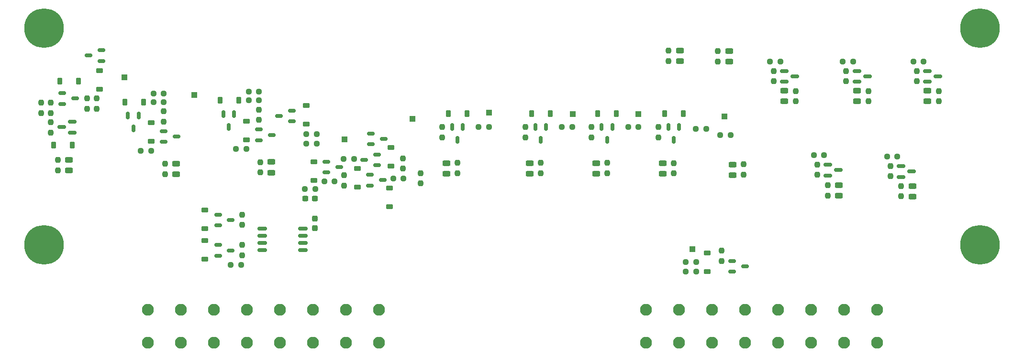
<source format=gbr>
%TF.GenerationSoftware,KiCad,Pcbnew,9.0.7*%
%TF.CreationDate,2026-02-13T04:40:40-08:00*%
%TF.ProjectId,Shutdown,53687574-646f-4776-9e2e-6b696361645f,rev?*%
%TF.SameCoordinates,Original*%
%TF.FileFunction,Soldermask,Top*%
%TF.FilePolarity,Negative*%
%FSLAX46Y46*%
G04 Gerber Fmt 4.6, Leading zero omitted, Abs format (unit mm)*
G04 Created by KiCad (PCBNEW 9.0.7) date 2026-02-13 04:40:40*
%MOMM*%
%LPD*%
G01*
G04 APERTURE LIST*
G04 Aperture macros list*
%AMRoundRect*
0 Rectangle with rounded corners*
0 $1 Rounding radius*
0 $2 $3 $4 $5 $6 $7 $8 $9 X,Y pos of 4 corners*
0 Add a 4 corners polygon primitive as box body*
4,1,4,$2,$3,$4,$5,$6,$7,$8,$9,$2,$3,0*
0 Add four circle primitives for the rounded corners*
1,1,$1+$1,$2,$3*
1,1,$1+$1,$4,$5*
1,1,$1+$1,$6,$7*
1,1,$1+$1,$8,$9*
0 Add four rect primitives between the rounded corners*
20,1,$1+$1,$2,$3,$4,$5,0*
20,1,$1+$1,$4,$5,$6,$7,0*
20,1,$1+$1,$6,$7,$8,$9,0*
20,1,$1+$1,$8,$9,$2,$3,0*%
G04 Aperture macros list end*
%ADD10RoundRect,0.237500X0.237500X-0.250000X0.237500X0.250000X-0.237500X0.250000X-0.237500X-0.250000X0*%
%ADD11RoundRect,0.243750X-0.456250X0.243750X-0.456250X-0.243750X0.456250X-0.243750X0.456250X0.243750X0*%
%ADD12RoundRect,0.225000X-0.375000X0.225000X-0.375000X-0.225000X0.375000X-0.225000X0.375000X0.225000X0*%
%ADD13RoundRect,0.237500X0.250000X0.237500X-0.250000X0.237500X-0.250000X-0.237500X0.250000X-0.237500X0*%
%ADD14RoundRect,0.150000X-0.150000X0.512500X-0.150000X-0.512500X0.150000X-0.512500X0.150000X0.512500X0*%
%ADD15C,3.900000*%
%ADD16C,7.000000*%
%ADD17RoundRect,0.150000X-0.512500X-0.150000X0.512500X-0.150000X0.512500X0.150000X-0.512500X0.150000X0*%
%ADD18RoundRect,0.150000X-0.587500X-0.150000X0.587500X-0.150000X0.587500X0.150000X-0.587500X0.150000X0*%
%ADD19RoundRect,0.237500X-0.237500X0.250000X-0.237500X-0.250000X0.237500X-0.250000X0.237500X0.250000X0*%
%ADD20C,2.108200*%
%ADD21RoundRect,0.225000X-0.225000X-0.375000X0.225000X-0.375000X0.225000X0.375000X-0.225000X0.375000X0*%
%ADD22R,1.000000X1.000000*%
%ADD23RoundRect,0.237500X-0.250000X-0.237500X0.250000X-0.237500X0.250000X0.237500X-0.250000X0.237500X0*%
%ADD24RoundRect,0.243750X0.456250X-0.243750X0.456250X0.243750X-0.456250X0.243750X-0.456250X-0.243750X0*%
%ADD25RoundRect,0.225000X0.375000X-0.225000X0.375000X0.225000X-0.375000X0.225000X-0.375000X-0.225000X0*%
%ADD26RoundRect,0.237500X-0.300000X-0.237500X0.300000X-0.237500X0.300000X0.237500X-0.300000X0.237500X0*%
%ADD27RoundRect,0.150000X0.512500X0.150000X-0.512500X0.150000X-0.512500X-0.150000X0.512500X-0.150000X0*%
%ADD28RoundRect,0.237500X-0.237500X0.300000X-0.237500X-0.300000X0.237500X-0.300000X0.237500X0.300000X0*%
%ADD29RoundRect,0.225000X0.225000X0.375000X-0.225000X0.375000X-0.225000X-0.375000X0.225000X-0.375000X0*%
%ADD30RoundRect,0.162500X-0.650000X-0.162500X0.650000X-0.162500X0.650000X0.162500X-0.650000X0.162500X0*%
%ADD31RoundRect,0.150000X0.587500X0.150000X-0.587500X0.150000X-0.587500X-0.150000X0.587500X-0.150000X0*%
G04 APERTURE END LIST*
D10*
%TO.C,R63*%
X173352087Y-126385515D03*
X173352087Y-124560515D03*
%TD*%
D11*
%TO.C,D37*%
X171428790Y-124568364D03*
X171428790Y-126443364D03*
%TD*%
D12*
%TO.C,D24*%
X119119813Y-117412500D03*
X119119813Y-120712500D03*
%TD*%
D13*
%TO.C,R7*%
X215542500Y-143825000D03*
X213717500Y-143825000D03*
%TD*%
D14*
%TO.C,Q21*%
X212564089Y-118200164D03*
X210664089Y-118200164D03*
X211614089Y-120475164D03*
%TD*%
D15*
%TO.C,MH2*%
X265817819Y-100638919D03*
D16*
X265817819Y-100638919D03*
%TD*%
D17*
%TO.C,Q17*%
X130960819Y-139111079D03*
X130960819Y-141011079D03*
X133235819Y-140061079D03*
%TD*%
D10*
%TO.C,R65*%
X188084087Y-126385515D03*
X188084087Y-124560515D03*
%TD*%
%TO.C,R1*%
X229259855Y-110059002D03*
X229259855Y-108234002D03*
%TD*%
D17*
%TO.C,Q11*%
X150176365Y-124330011D03*
X150176365Y-126230011D03*
X152451365Y-125280011D03*
%TD*%
D18*
%TO.C,Q6*%
X251832894Y-125127497D03*
X251832894Y-127027497D03*
X253707894Y-126077497D03*
%TD*%
D12*
%TO.C,D45*%
X109982000Y-108171205D03*
X109982000Y-111471205D03*
%TD*%
D19*
%TO.C,R19*%
X220091000Y-140100000D03*
X220091000Y-141925000D03*
%TD*%
D20*
%TO.C,J1*%
X118574579Y-150577519D03*
X124416579Y-150577519D03*
X130258579Y-150577519D03*
X136100579Y-150577519D03*
X141942579Y-150577519D03*
X147784579Y-150577519D03*
X153626579Y-150577519D03*
X159468579Y-150577519D03*
X118574579Y-156419519D03*
X124416579Y-156419519D03*
X130258579Y-156419519D03*
X136100579Y-156419519D03*
X141942579Y-156419519D03*
X147784579Y-156419519D03*
X153626579Y-156419519D03*
X159468579Y-156419519D03*
%TD*%
D21*
%TO.C,D46*%
X102998000Y-110075205D03*
X106298000Y-110075205D03*
%TD*%
D13*
%TO.C,R40*%
X121368787Y-113758500D03*
X119543787Y-113758500D03*
%TD*%
D19*
%TO.C,R34*%
X153286659Y-126749862D03*
X153286659Y-128574862D03*
%TD*%
D13*
%TO.C,R6*%
X255825000Y-106599570D03*
X254000000Y-106599570D03*
%TD*%
D10*
%TO.C,R61*%
X208886089Y-120025164D03*
X208886089Y-118200164D03*
%TD*%
D19*
%TO.C,R41*%
X121368787Y-115379500D03*
X121368787Y-117204500D03*
%TD*%
D22*
%TO.C,BOTS1*%
X205338866Y-115909055D03*
%TD*%
D19*
%TO.C,R71*%
X107823000Y-113123205D03*
X107823000Y-114948205D03*
%TD*%
D17*
%TO.C,Q23*%
X103383500Y-112173205D03*
X103383500Y-114073205D03*
X105658500Y-113123205D03*
%TD*%
D10*
%TO.C,R37*%
X121605750Y-126532531D03*
X121605750Y-124707531D03*
%TD*%
D22*
%TO.C,CS1*%
X193781866Y-115909055D03*
%TD*%
D11*
%TO.C,D43*%
X209676637Y-124596666D03*
X209676637Y-126471666D03*
%TD*%
%TO.C,D12*%
X240792000Y-128524000D03*
X240792000Y-130399000D03*
%TD*%
%TO.C,D22*%
X123564813Y-124680500D03*
X123564813Y-126555500D03*
%TD*%
D23*
%TO.C,R12*%
X213717500Y-142113000D03*
X215542500Y-142113000D03*
%TD*%
D10*
%TO.C,R17*%
X258531499Y-113617507D03*
X258531499Y-111792507D03*
%TD*%
D24*
%TO.C,D3*%
X212677570Y-106473715D03*
X212677570Y-104598715D03*
%TD*%
D14*
%TO.C,Q12*%
X116937787Y-116147000D03*
X115037787Y-116147000D03*
X115987787Y-118422000D03*
%TD*%
D12*
%TO.C,D19*%
X161349162Y-129025090D03*
X161349162Y-132325090D03*
%TD*%
D14*
%TO.C,Q19*%
X189018588Y-118200164D03*
X187118588Y-118200164D03*
X188068588Y-120475164D03*
%TD*%
D23*
%TO.C,R62*%
X219813500Y-119634000D03*
X221638500Y-119634000D03*
%TD*%
D19*
%TO.C,R47*%
X138226751Y-115094465D03*
X138226751Y-116919465D03*
%TD*%
D25*
%TO.C,D11*%
X217551000Y-143825000D03*
X217551000Y-140525000D03*
%TD*%
D15*
%TO.C,MH1*%
X100209819Y-100638919D03*
D16*
X100209819Y-100638919D03*
%TD*%
D19*
%TO.C,R74*%
X101346000Y-113861705D03*
X101346000Y-115686705D03*
%TD*%
D25*
%TO.C,D29*%
X128613346Y-136240484D03*
X128613346Y-132940484D03*
%TD*%
D22*
%TO.C,BMS1*%
X126746000Y-112537075D03*
%TD*%
D18*
%TO.C,Q2*%
X243997000Y-108262502D03*
X243997000Y-110162502D03*
X245872000Y-109212502D03*
%TD*%
D10*
%TO.C,R67*%
X199818588Y-126385515D03*
X199818588Y-124560515D03*
%TD*%
D21*
%TO.C,D33*%
X198153089Y-115787164D03*
X201453089Y-115787164D03*
%TD*%
D10*
%TO.C,R76*%
X102656792Y-125863416D03*
X102656792Y-124038416D03*
%TD*%
D23*
%TO.C,R29*%
X161981241Y-127346590D03*
X163806241Y-127346590D03*
%TD*%
D10*
%TO.C,R59*%
X185340588Y-120025164D03*
X185340588Y-118200164D03*
%TD*%
D21*
%TO.C,D25*%
X131338799Y-113473465D03*
X134638799Y-113473465D03*
%TD*%
D11*
%TO.C,D35*%
X222021790Y-124822364D03*
X222021790Y-126697364D03*
%TD*%
D22*
%TO.C,BSPD1*%
X114427000Y-109347000D03*
%TD*%
%TO.C,VIN1*%
X214884000Y-139827000D03*
%TD*%
D10*
%TO.C,R54*%
X170608588Y-120025164D03*
X170608588Y-118200164D03*
%TD*%
%TO.C,R24*%
X238846021Y-130325500D03*
X238846021Y-128500500D03*
%TD*%
D25*
%TO.C,D20*%
X147901293Y-127630011D03*
X147901293Y-124330011D03*
%TD*%
D21*
%TO.C,D31*%
X171686588Y-115787164D03*
X174986588Y-115787164D03*
%TD*%
D26*
%TO.C,C1*%
X146403793Y-130864235D03*
X148128793Y-130864235D03*
%TD*%
D27*
%TO.C,Q22*%
X110363000Y-106453205D03*
X110363000Y-104553205D03*
X108088000Y-105503205D03*
%TD*%
D10*
%TO.C,R21*%
X249927894Y-126923997D03*
X249927894Y-125098997D03*
%TD*%
D12*
%TO.C,D28*%
X135977777Y-117127465D03*
X135977777Y-120427465D03*
%TD*%
D17*
%TO.C,Q4*%
X221938179Y-141925000D03*
X221938179Y-143825000D03*
X224213179Y-142875000D03*
%TD*%
D13*
%TO.C,R45*%
X138226751Y-111919465D03*
X136401751Y-111919465D03*
%TD*%
D25*
%TO.C,D16*%
X161527963Y-125074178D03*
X161527963Y-121774178D03*
%TD*%
D13*
%TO.C,R46*%
X138226751Y-113473465D03*
X136401751Y-113473465D03*
%TD*%
D10*
%TO.C,R3*%
X254599644Y-110059002D03*
X254599644Y-108234002D03*
%TD*%
D11*
%TO.C,D39*%
X186160790Y-124568364D03*
X186160790Y-126443364D03*
%TD*%
D23*
%TO.C,R42*%
X117294813Y-122364500D03*
X119119813Y-122364500D03*
%TD*%
D28*
%TO.C,C2*%
X148100319Y-134433579D03*
X148100319Y-136158579D03*
%TD*%
D10*
%TO.C,R43*%
X138463714Y-126247496D03*
X138463714Y-124422496D03*
%TD*%
D21*
%TO.C,D32*%
X186418588Y-115787164D03*
X189718588Y-115787164D03*
%TD*%
D20*
%TO.C,J2*%
X206687179Y-150577519D03*
X212529179Y-150577519D03*
X218371179Y-150577519D03*
X224213179Y-150577519D03*
X230055179Y-150577519D03*
X235897179Y-150577519D03*
X241739179Y-150577519D03*
X247581179Y-150577519D03*
X206687179Y-156419519D03*
X212529179Y-156419519D03*
X218371179Y-156419519D03*
X224213179Y-156419519D03*
X230055179Y-156419519D03*
X235897179Y-156419519D03*
X241739179Y-156419519D03*
X247581179Y-156419519D03*
%TD*%
D22*
%TO.C,HVILS1*%
X178922866Y-115655055D03*
%TD*%
D24*
%TO.C,D7*%
X243994670Y-113634891D03*
X243994670Y-111759891D03*
%TD*%
D14*
%TO.C,Q18*%
X174286588Y-118200164D03*
X172386588Y-118200164D03*
X173336588Y-120475164D03*
%TD*%
D11*
%TO.C,D48*%
X104549395Y-123976455D03*
X104549395Y-125851455D03*
%TD*%
D10*
%TO.C,R28*%
X166791795Y-128190088D03*
X166791795Y-126365088D03*
%TD*%
D13*
%TO.C,R58*%
X217344000Y-118491000D03*
X215519000Y-118491000D03*
%TD*%
D10*
%TO.C,R26*%
X251824596Y-130485912D03*
X251824596Y-128660912D03*
%TD*%
D13*
%TO.C,R57*%
X205353589Y-118200164D03*
X203528589Y-118200164D03*
%TD*%
D10*
%TO.C,R50*%
X135273319Y-140936079D03*
X135273319Y-139111079D03*
%TD*%
%TO.C,R20*%
X236973894Y-126669997D03*
X236973894Y-124844997D03*
%TD*%
D17*
%TO.C,Q7*%
X158018038Y-119344453D03*
X158018038Y-121244453D03*
X160293038Y-120294453D03*
%TD*%
D10*
%TO.C,R73*%
X99695000Y-115686705D03*
X99695000Y-113861705D03*
%TD*%
D13*
%TO.C,R4*%
X230485211Y-106599570D03*
X228660211Y-106599570D03*
%TD*%
D27*
%TO.C,Q9*%
X159133793Y-124956235D03*
X159133793Y-123056235D03*
X156858793Y-124006235D03*
%TD*%
D12*
%TO.C,D18*%
X155620251Y-125505238D03*
X155620251Y-128805238D03*
%TD*%
D13*
%TO.C,R5*%
X243317356Y-106599570D03*
X241492356Y-106599570D03*
%TD*%
D10*
%TO.C,R52*%
X223945087Y-126639515D03*
X223945087Y-124814515D03*
%TD*%
D14*
%TO.C,Q20*%
X200753089Y-118200164D03*
X198853089Y-118200164D03*
X199803089Y-120475164D03*
%TD*%
D17*
%TO.C,Q15*%
X138226751Y-118636212D03*
X138226751Y-120536212D03*
X140501751Y-119586212D03*
%TD*%
D22*
%TO.C,TSMS1*%
X220591144Y-116290055D03*
%TD*%
D11*
%TO.C,D26*%
X140422777Y-124395465D03*
X140422777Y-126270465D03*
%TD*%
D24*
%TO.C,D1*%
X231162525Y-113634891D03*
X231162525Y-111759891D03*
%TD*%
D10*
%TO.C,R49*%
X135273319Y-135536079D03*
X135273319Y-133711079D03*
%TD*%
D13*
%TO.C,R39*%
X121368787Y-112204500D03*
X119543787Y-112204500D03*
%TD*%
D15*
%TO.C,MH3*%
X265817819Y-139043972D03*
D16*
X265817819Y-139043972D03*
%TD*%
D10*
%TO.C,R60*%
X197075089Y-120025164D03*
X197075089Y-118200164D03*
%TD*%
D23*
%TO.C,R22*%
X236374250Y-123210565D03*
X238199250Y-123210565D03*
%TD*%
%TO.C,R32*%
X146579751Y-121110212D03*
X148404751Y-121110212D03*
%TD*%
D29*
%TO.C,D47*%
X105204500Y-121378205D03*
X101904500Y-121378205D03*
%TD*%
D21*
%TO.C,D21*%
X114480835Y-113758500D03*
X117780835Y-113758500D03*
%TD*%
D13*
%TO.C,R55*%
X178887088Y-118200164D03*
X177062088Y-118200164D03*
%TD*%
D18*
%TO.C,Q1*%
X231164855Y-108262502D03*
X231164855Y-110162502D03*
X233039855Y-109212502D03*
%TD*%
D13*
%TO.C,R51*%
X135066319Y-142662079D03*
X133241319Y-142662079D03*
%TD*%
D10*
%TO.C,R13*%
X233191710Y-113617507D03*
X233191710Y-111792507D03*
%TD*%
D22*
%TO.C,IMD1*%
X153395866Y-120354055D03*
%TD*%
D25*
%TO.C,D17*%
X146603251Y-117680212D03*
X146603251Y-114380212D03*
%TD*%
D22*
%TO.C,BYPASS1*%
X165354000Y-116713000D03*
%TD*%
D17*
%TO.C,Q10*%
X157847562Y-126650826D03*
X157847562Y-128550826D03*
X160122562Y-127600826D03*
%TD*%
D25*
%TO.C,D30*%
X128613346Y-141644079D03*
X128613346Y-138344079D03*
%TD*%
D23*
%TO.C,R48*%
X134152777Y-122079465D03*
X135977777Y-122079465D03*
%TD*%
D30*
%TO.C,U1*%
X138829319Y-136185079D03*
X138829319Y-137455079D03*
X138829319Y-138725079D03*
X138829319Y-139995079D03*
X146004319Y-139995079D03*
X146004319Y-138725079D03*
X146004319Y-137455079D03*
X146004319Y-136185079D03*
%TD*%
D21*
%TO.C,D34*%
X209964089Y-115787164D03*
X213264089Y-115787164D03*
%TD*%
D11*
%TO.C,D14*%
X253853781Y-128643528D03*
X253853781Y-130518528D03*
%TD*%
D10*
%TO.C,R69*%
X211599934Y-126413817D03*
X211599934Y-124588817D03*
%TD*%
D19*
%TO.C,R75*%
X101346000Y-117328205D03*
X101346000Y-119153205D03*
%TD*%
D17*
%TO.C,Q16*%
X130966319Y-133711079D03*
X130966319Y-135611079D03*
X133241319Y-134661079D03*
%TD*%
D13*
%TO.C,R56*%
X193619088Y-118200164D03*
X191794088Y-118200164D03*
%TD*%
%TO.C,R35*%
X151607793Y-127816235D03*
X149782793Y-127816235D03*
%TD*%
D17*
%TO.C,Q13*%
X121368787Y-118921247D03*
X121368787Y-120821247D03*
X123643787Y-119871247D03*
%TD*%
D23*
%TO.C,R23*%
X249328250Y-123464565D03*
X251153250Y-123464565D03*
%TD*%
D14*
%TO.C,Q14*%
X133795751Y-115861965D03*
X131895751Y-115861965D03*
X132845751Y-118136965D03*
%TD*%
D15*
%TO.C,MH4*%
X100209819Y-139043972D03*
D16*
X100209819Y-139043972D03*
%TD*%
D10*
%TO.C,R2*%
X242092000Y-110059002D03*
X242092000Y-108234002D03*
%TD*%
D19*
%TO.C,R8*%
X210664488Y-104667512D03*
X210664488Y-106492512D03*
%TD*%
D27*
%TO.C,Q8*%
X144057751Y-117173212D03*
X144057751Y-115273212D03*
X141782751Y-116223212D03*
%TD*%
D18*
%TO.C,Q3*%
X256504644Y-108262502D03*
X256504644Y-110162502D03*
X258379644Y-109212502D03*
%TD*%
D19*
%TO.C,R10*%
X219427555Y-104736874D03*
X219427555Y-106561874D03*
%TD*%
D23*
%TO.C,R33*%
X153212469Y-123846829D03*
X155037469Y-123846829D03*
%TD*%
D10*
%TO.C,R15*%
X246023855Y-113617507D03*
X246023855Y-111792507D03*
%TD*%
D11*
%TO.C,D41*%
X197895291Y-124568364D03*
X197895291Y-126443364D03*
%TD*%
D10*
%TO.C,R30*%
X163685794Y-125553643D03*
X163685794Y-123728643D03*
%TD*%
D24*
%TO.C,D5*%
X221459969Y-106605082D03*
X221459969Y-104730082D03*
%TD*%
D23*
%TO.C,R31*%
X146603251Y-119459212D03*
X148428251Y-119459212D03*
%TD*%
D24*
%TO.C,D9*%
X256502314Y-113634891D03*
X256502314Y-111759891D03*
%TD*%
D13*
%TO.C,R36*%
X148155293Y-129213235D03*
X146330293Y-129213235D03*
%TD*%
D19*
%TO.C,R72*%
X109474000Y-113123205D03*
X109474000Y-114948205D03*
%TD*%
D18*
%TO.C,Q5*%
X238878894Y-124873497D03*
X238878894Y-126773497D03*
X240753894Y-125823497D03*
%TD*%
D31*
%TO.C,Q24*%
X105204500Y-119153205D03*
X105204500Y-117253205D03*
X103329500Y-118203205D03*
%TD*%
M02*

</source>
